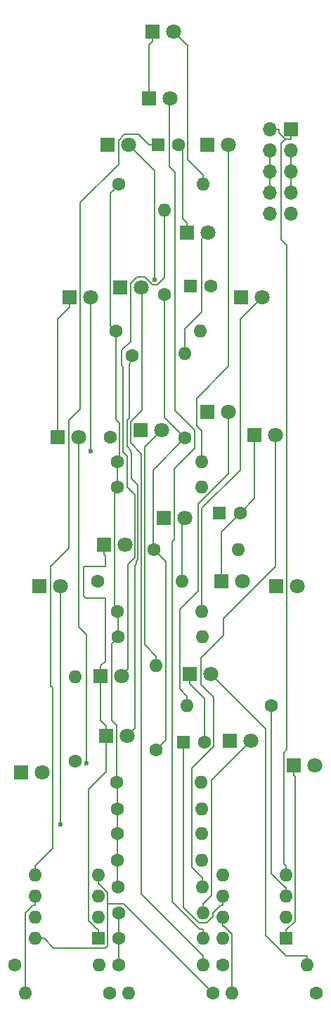
<source format=gbr>
G04 #@! TF.GenerationSoftware,KiCad,Pcbnew,8.0.6*
G04 #@! TF.CreationDate,2024-11-24T13:18:29+01:00*
G04 #@! TF.ProjectId,SS-XMAS,53532d58-4d41-4532-9e6b-696361645f70,rev?*
G04 #@! TF.SameCoordinates,Original*
G04 #@! TF.FileFunction,Copper,L1,Top*
G04 #@! TF.FilePolarity,Positive*
%FSLAX46Y46*%
G04 Gerber Fmt 4.6, Leading zero omitted, Abs format (unit mm)*
G04 Created by KiCad (PCBNEW 8.0.6) date 2024-11-24 13:18:29*
%MOMM*%
%LPD*%
G01*
G04 APERTURE LIST*
G04 Aperture macros list*
%AMHorizOval*
0 Thick line with rounded ends*
0 $1 width*
0 $2 $3 position (X,Y) of the first rounded end (center of the circle)*
0 $4 $5 position (X,Y) of the second rounded end (center of the circle)*
0 Add line between two ends*
20,1,$1,$2,$3,$4,$5,0*
0 Add two circle primitives to create the rounded ends*
1,1,$1,$2,$3*
1,1,$1,$4,$5*%
G04 Aperture macros list end*
G04 #@! TA.AperFunction,ComponentPad*
%ADD10O,1.600000X1.600000*%
G04 #@! TD*
G04 #@! TA.AperFunction,ComponentPad*
%ADD11C,1.600000*%
G04 #@! TD*
G04 #@! TA.AperFunction,ComponentPad*
%ADD12C,1.800000*%
G04 #@! TD*
G04 #@! TA.AperFunction,ComponentPad*
%ADD13R,1.800000X1.800000*%
G04 #@! TD*
G04 #@! TA.AperFunction,ComponentPad*
%ADD14R,1.600000X1.600000*%
G04 #@! TD*
G04 #@! TA.AperFunction,ComponentPad*
%ADD15HorizOval,1.600000X0.000000X0.000000X0.000000X0.000000X0*%
G04 #@! TD*
G04 #@! TA.AperFunction,ComponentPad*
%ADD16O,1.700000X1.700000*%
G04 #@! TD*
G04 #@! TA.AperFunction,ComponentPad*
%ADD17R,1.700000X1.700000*%
G04 #@! TD*
G04 #@! TA.AperFunction,ViaPad*
%ADD18C,0.600000*%
G04 #@! TD*
G04 #@! TA.AperFunction,Conductor*
%ADD19C,0.200000*%
G04 #@! TD*
G04 APERTURE END LIST*
D10*
G04 #@! TO.P,R21,2*
G04 #@! TO.N,Net-(D21-A)*
X106740000Y-56920000D03*
D11*
G04 #@! TO.P,R21,1*
G04 #@! TO.N,/OUT1*
X106740000Y-67080000D03*
G04 #@! TD*
D12*
G04 #@! TO.P,D12,2,A*
G04 #@! TO.N,Net-(D12-A)*
X117140000Y-120800000D03*
D13*
G04 #@! TO.P,D12,1,K*
G04 #@! TO.N,/GND*
X114600000Y-120800000D03*
G04 #@! TD*
D14*
G04 #@! TO.P,U2,1,GND*
G04 #@! TO.N,/GND*
X121340000Y-144620000D03*
D10*
G04 #@! TO.P,U2,2,TR*
G04 #@! TO.N,/THR1*
X121340000Y-142080000D03*
G04 #@! TO.P,U2,3,Q*
G04 #@! TO.N,/OUT1*
X121340000Y-139540000D03*
G04 #@! TO.P,U2,4,R*
G04 #@! TO.N,/+12V*
X121340000Y-137000000D03*
G04 #@! TO.P,U2,5,CV*
G04 #@! TO.N,Net-(U2-CV)*
X113720000Y-137000000D03*
G04 #@! TO.P,U2,6,THR*
G04 #@! TO.N,/THR1*
X113720000Y-139540000D03*
G04 #@! TO.P,U2,7,DIS*
G04 #@! TO.N,Net-(U2-DIS)*
X113720000Y-142080000D03*
G04 #@! TO.P,U2,8,VCC*
G04 #@! TO.N,/+12V*
X113720000Y-144620000D03*
G04 #@! TD*
D14*
G04 #@! TO.P,U1,1,GND*
G04 #@! TO.N,/GND*
X98740000Y-144620000D03*
D10*
G04 #@! TO.P,U1,2,TR*
G04 #@! TO.N,/THR0*
X98740000Y-142080000D03*
G04 #@! TO.P,U1,3,Q*
G04 #@! TO.N,/OUT0*
X98740000Y-139540000D03*
G04 #@! TO.P,U1,4,R*
G04 #@! TO.N,/+12V*
X98740000Y-137000000D03*
G04 #@! TO.P,U1,5,CV*
G04 #@! TO.N,Net-(U1-CV)*
X91120000Y-137000000D03*
G04 #@! TO.P,U1,6,THR*
G04 #@! TO.N,/THR0*
X91120000Y-139540000D03*
G04 #@! TO.P,U1,7,DIS*
G04 #@! TO.N,Net-(U1-DIS)*
X91120000Y-142080000D03*
G04 #@! TO.P,U1,8,VCC*
G04 #@! TO.N,/+12V*
X91120000Y-144620000D03*
G04 #@! TD*
D11*
G04 #@! TO.P,R27,1*
G04 #@! TO.N,/OUT1*
X113740000Y-147800000D03*
D10*
G04 #@! TO.P,R27,2*
G04 #@! TO.N,Net-(D23-A)*
X123900000Y-147800000D03*
G04 #@! TD*
D11*
G04 #@! TO.P,R26,1*
G04 #@! TO.N,Net-(U2-DIS)*
X88660000Y-147800000D03*
D10*
G04 #@! TO.P,R26,2*
G04 #@! TO.N,/THR1*
X98820000Y-147800000D03*
G04 #@! TD*
D11*
G04 #@! TO.P,R25,1*
G04 #@! TO.N,/+12V*
X125020000Y-151200000D03*
D10*
G04 #@! TO.P,R25,2*
G04 #@! TO.N,Net-(U2-DIS)*
X114860000Y-151200000D03*
G04 #@! TD*
D11*
G04 #@! TO.P,R24,1*
G04 #@! TO.N,/+12V*
X112540000Y-151200000D03*
D10*
G04 #@! TO.P,R24,2*
G04 #@! TO.N,Net-(U1-DIS)*
X102380000Y-151200000D03*
G04 #@! TD*
D11*
G04 #@! TO.P,R23,1*
G04 #@! TO.N,Net-(U1-DIS)*
X100140000Y-151200000D03*
D10*
G04 #@! TO.P,R23,2*
G04 #@! TO.N,/THR0*
X89980000Y-151200000D03*
G04 #@! TD*
D15*
G04 #@! TO.P,R22,2*
G04 #@! TO.N,Net-(D22-A)*
X102800002Y-74399994D03*
D11*
G04 #@! TO.P,R22,1*
G04 #@! TO.N,/OUT1*
X100170400Y-84213800D03*
G04 #@! TD*
G04 #@! TO.P,R20,1*
G04 #@! TO.N,/OUT1*
X96000000Y-123280000D03*
D10*
G04 #@! TO.P,R20,2*
G04 #@! TO.N,Net-(D20-A)*
X96000000Y-113120000D03*
G04 #@! TD*
D11*
G04 #@! TO.P,R19,1*
G04 #@! TO.N,/OUT1*
X98640000Y-101600000D03*
D10*
G04 #@! TO.P,R19,2*
G04 #@! TO.N,Net-(D19-A)*
X108800000Y-101600000D03*
G04 #@! TD*
D11*
G04 #@! TO.P,R18,1*
G04 #@! TO.N,/OUT1*
X105460000Y-97800000D03*
D10*
G04 #@! TO.P,R18,2*
G04 #@! TO.N,Net-(D18-A)*
X115620000Y-97800000D03*
G04 #@! TD*
D11*
G04 #@! TO.P,R17,1*
G04 #@! TO.N,/OUT1*
X119620000Y-116600000D03*
D10*
G04 #@! TO.P,R17,2*
G04 #@! TO.N,Net-(D17-A)*
X109460000Y-116600000D03*
G04 #@! TD*
G04 #@! TO.P,R16,2*
G04 #@! TO.N,Net-(D16-A)*
X105740000Y-111720000D03*
D11*
G04 #@! TO.P,R16,1*
G04 #@! TO.N,/OUT1*
X105740000Y-121880000D03*
G04 #@! TD*
D10*
G04 #@! TO.P,R15,2*
G04 #@! TO.N,Net-(D15-A)*
X109200000Y-74200000D03*
D11*
G04 #@! TO.P,R15,1*
G04 #@! TO.N,/OUT1*
X109200000Y-84360000D03*
G04 #@! TD*
G04 #@! TO.P,R14,1*
G04 #@! TO.N,/OUT1*
X101180000Y-147800000D03*
D10*
G04 #@! TO.P,R14,2*
G04 #@! TO.N,Net-(D14-A)*
X111340000Y-147800000D03*
G04 #@! TD*
D11*
G04 #@! TO.P,R13,1*
G04 #@! TO.N,/OUT1*
X101180000Y-144600000D03*
D10*
G04 #@! TO.P,R13,2*
G04 #@! TO.N,Net-(D13-A)*
X111340000Y-144600000D03*
G04 #@! TD*
D11*
G04 #@! TO.P,R12,1*
G04 #@! TO.N,/OUT1*
X101180000Y-141600000D03*
D10*
G04 #@! TO.P,R12,2*
G04 #@! TO.N,Net-(D12-A)*
X111340000Y-141600000D03*
G04 #@! TD*
G04 #@! TO.P,R11,2*
G04 #@! TO.N,Net-(D11-A)*
X111260000Y-138400000D03*
D11*
G04 #@! TO.P,R11,1*
G04 #@! TO.N,/OUT0*
X101100000Y-138400000D03*
G04 #@! TD*
D10*
G04 #@! TO.P,R10,2*
G04 #@! TO.N,Net-(D10-A)*
X111220000Y-135200000D03*
D11*
G04 #@! TO.P,R10,1*
G04 #@! TO.N,/OUT0*
X101060000Y-135200000D03*
G04 #@! TD*
G04 #@! TO.P,R9,1*
G04 #@! TO.N,/OUT0*
X101060000Y-132000000D03*
D10*
G04 #@! TO.P,R9,2*
G04 #@! TO.N,Net-(D9-A)*
X111220000Y-132000000D03*
G04 #@! TD*
D11*
G04 #@! TO.P,R8,1*
G04 #@! TO.N,/OUT0*
X101060000Y-129000000D03*
D10*
G04 #@! TO.P,R8,2*
G04 #@! TO.N,Net-(D8-A)*
X111220000Y-129000000D03*
G04 #@! TD*
G04 #@! TO.P,R7,2*
G04 #@! TO.N,Net-(D7-A)*
X111140000Y-125800000D03*
D11*
G04 #@! TO.P,R7,1*
G04 #@! TO.N,/OUT0*
X100980000Y-125800000D03*
G04 #@! TD*
G04 #@! TO.P,R6,1*
G04 #@! TO.N,/OUT0*
X101140000Y-108324000D03*
D10*
G04 #@! TO.P,R6,2*
G04 #@! TO.N,Net-(D6-A)*
X111300000Y-108324000D03*
G04 #@! TD*
D11*
G04 #@! TO.P,R5,1*
G04 #@! TO.N,/OUT0*
X101060000Y-105200000D03*
D10*
G04 #@! TO.P,R5,2*
G04 #@! TO.N,Net-(D5-A)*
X111220000Y-105200000D03*
G04 #@! TD*
D11*
G04 #@! TO.P,R4,1*
G04 #@! TO.N,/OUT0*
X101060000Y-90248000D03*
D10*
G04 #@! TO.P,R4,2*
G04 #@! TO.N,Net-(D4-A)*
X111220000Y-90248000D03*
G04 #@! TD*
D11*
G04 #@! TO.P,R3,1*
G04 #@! TO.N,/OUT0*
X101060000Y-87200000D03*
D10*
G04 #@! TO.P,R3,2*
G04 #@! TO.N,Net-(D3-A)*
X111220000Y-87200000D03*
G04 #@! TD*
D11*
G04 #@! TO.P,R2,1*
G04 #@! TO.N,/OUT0*
X100860000Y-71440000D03*
D10*
G04 #@! TO.P,R2,2*
G04 #@! TO.N,Net-(D2-A)*
X111020000Y-71440000D03*
G04 #@! TD*
G04 #@! TO.P,R1,2*
G04 #@! TO.N,Net-(D1-A)*
X111420000Y-53800000D03*
D11*
G04 #@! TO.P,R1,1*
G04 #@! TO.N,/OUT0*
X101260000Y-53800000D03*
G04 #@! TD*
D16*
G04 #@! TO.P,J1,10,-12V*
G04 #@! TO.N,/-12V*
X119400000Y-57360000D03*
G04 #@! TO.P,J1,9,-12V*
X121940000Y-57360000D03*
G04 #@! TO.P,J1,8,GND*
G04 #@! TO.N,/GND*
X119400000Y-54820000D03*
G04 #@! TO.P,J1,7,GND*
X121940000Y-54820000D03*
G04 #@! TO.P,J1,6,GND*
X119400000Y-52280000D03*
G04 #@! TO.P,J1,5,GND*
X121940000Y-52280000D03*
G04 #@! TO.P,J1,4,GND*
X119400000Y-49740000D03*
G04 #@! TO.P,J1,3,GND*
X121940000Y-49740000D03*
G04 #@! TO.P,J1,2,+12V*
G04 #@! TO.N,/+12V*
X119400000Y-47200000D03*
D17*
G04 #@! TO.P,J1,1,+12V*
X121940000Y-47200000D03*
G04 #@! TD*
D12*
G04 #@! TO.P,D23,2,A*
G04 #@! TO.N,Net-(D23-A)*
X112340000Y-112800000D03*
D13*
G04 #@! TO.P,D23,1,K*
G04 #@! TO.N,/GND*
X109800000Y-112800000D03*
G04 #@! TD*
D12*
G04 #@! TO.P,D22,2,A*
G04 #@! TO.N,Net-(D22-A)*
X102200000Y-120200000D03*
D13*
G04 #@! TO.P,D22,1,K*
G04 #@! TO.N,/GND*
X99660000Y-120200000D03*
G04 #@! TD*
D12*
G04 #@! TO.P,D21,2,A*
G04 #@! TO.N,Net-(D21-A)*
X101540000Y-113000000D03*
D13*
G04 #@! TO.P,D21,1,K*
G04 #@! TO.N,/GND*
X99000000Y-113000000D03*
G04 #@! TD*
D12*
G04 #@! TO.P,D20,2,A*
G04 #@! TO.N,Net-(D20-A)*
X116140000Y-101600000D03*
D13*
G04 #@! TO.P,D20,1,K*
G04 #@! TO.N,/GND*
X113600000Y-101600000D03*
G04 #@! TD*
D12*
G04 #@! TO.P,D19,2,A*
G04 #@! TO.N,Net-(D19-A)*
X109140000Y-94000000D03*
D13*
G04 #@! TO.P,D19,1,K*
G04 #@! TO.N,/GND*
X106600000Y-94000000D03*
G04 #@! TD*
D12*
G04 #@! TO.P,D18,2,A*
G04 #@! TO.N,Net-(D18-A)*
X101940000Y-97200000D03*
D13*
G04 #@! TO.P,D18,1,K*
G04 #@! TO.N,/GND*
X99400000Y-97200000D03*
G04 #@! TD*
D12*
G04 #@! TO.P,D17,2,A*
G04 #@! TO.N,Net-(D17-A)*
X114400000Y-81200000D03*
D13*
G04 #@! TO.P,D17,1,K*
G04 #@! TO.N,/GND*
X111860000Y-81200000D03*
G04 #@! TD*
D12*
G04 #@! TO.P,D16,2,A*
G04 #@! TO.N,Net-(D16-A)*
X106400000Y-83400000D03*
D13*
G04 #@! TO.P,D16,1,K*
G04 #@! TO.N,/GND*
X103860000Y-83400000D03*
G04 #@! TD*
G04 #@! TO.P,D15,1,K*
G04 #@! TO.N,/GND*
X109400000Y-59600000D03*
D12*
G04 #@! TO.P,D15,2,A*
G04 #@! TO.N,Net-(D15-A)*
X111940000Y-59600000D03*
G04 #@! TD*
G04 #@! TO.P,D14,2,A*
G04 #@! TO.N,Net-(D14-A)*
X103940000Y-66200000D03*
D13*
G04 #@! TO.P,D14,1,K*
G04 #@! TO.N,/GND*
X101400000Y-66200000D03*
G04 #@! TD*
D12*
G04 #@! TO.P,D13,2,A*
G04 #@! TO.N,Net-(D13-A)*
X107400000Y-43400000D03*
D13*
G04 #@! TO.P,D13,1,K*
G04 #@! TO.N,/GND*
X104860000Y-43400000D03*
G04 #@! TD*
D12*
G04 #@! TO.P,D11,2,A*
G04 #@! TO.N,Net-(D11-A)*
X120140000Y-84000000D03*
D13*
G04 #@! TO.P,D11,1,K*
G04 #@! TO.N,/GND*
X117600000Y-84000000D03*
G04 #@! TD*
D12*
G04 #@! TO.P,D10,2,A*
G04 #@! TO.N,Net-(D10-A)*
X94205000Y-102200000D03*
D13*
G04 #@! TO.P,D10,1,K*
G04 #@! TO.N,/GND*
X91665000Y-102200000D03*
G04 #@! TD*
D12*
G04 #@! TO.P,D9,2,A*
G04 #@! TO.N,Net-(D9-A)*
X124865000Y-123800000D03*
D13*
G04 #@! TO.P,D9,1,K*
G04 #@! TO.N,/GND*
X122325000Y-123800000D03*
G04 #@! TD*
G04 #@! TO.P,D8,1,K*
G04 #@! TO.N,/GND*
X89460000Y-124600000D03*
D12*
G04 #@! TO.P,D8,2,A*
G04 #@! TO.N,Net-(D8-A)*
X92000000Y-124600000D03*
G04 #@! TD*
G04 #@! TO.P,D7,2,A*
G04 #@! TO.N,Net-(D7-A)*
X96405000Y-84200000D03*
D13*
G04 #@! TO.P,D7,1,K*
G04 #@! TO.N,/GND*
X93865000Y-84200000D03*
G04 #@! TD*
G04 #@! TO.P,D6,1,K*
G04 #@! TO.N,/GND*
X120200000Y-102200000D03*
D12*
G04 #@! TO.P,D6,2,A*
G04 #@! TO.N,Net-(D6-A)*
X122740000Y-102200000D03*
G04 #@! TD*
G04 #@! TO.P,D5,2,A*
G04 #@! TO.N,Net-(D5-A)*
X118465000Y-67376000D03*
D13*
G04 #@! TO.P,D5,1,K*
G04 #@! TO.N,/GND*
X115925000Y-67376000D03*
G04 #@! TD*
D12*
G04 #@! TO.P,D4,2,A*
G04 #@! TO.N,Net-(D4-A)*
X97800000Y-67400000D03*
D13*
G04 #@! TO.P,D4,1,K*
G04 #@! TO.N,/GND*
X95260000Y-67400000D03*
G04 #@! TD*
D12*
G04 #@! TO.P,D3,2,A*
G04 #@! TO.N,Net-(D3-A)*
X114465000Y-49000000D03*
D13*
G04 #@! TO.P,D3,1,K*
G04 #@! TO.N,/GND*
X111925000Y-49000000D03*
G04 #@! TD*
D12*
G04 #@! TO.P,D1,2,A*
G04 #@! TO.N,Net-(D1-A)*
X107818100Y-35372000D03*
D13*
G04 #@! TO.P,D1,1,K*
G04 #@! TO.N,/GND*
X105278100Y-35372000D03*
G04 #@! TD*
D14*
G04 #@! TO.P,C4,1*
G04 #@! TO.N,/THR1*
X109040000Y-121000000D03*
D11*
G04 #@! TO.P,C4,2*
G04 #@! TO.N,/GND*
X111540000Y-121000000D03*
G04 #@! TD*
G04 #@! TO.P,C3,2*
G04 #@! TO.N,/GND*
X112340000Y-66000000D03*
D14*
G04 #@! TO.P,C3,1*
G04 #@! TO.N,Net-(U2-CV)*
X109840000Y-66000000D03*
G04 #@! TD*
D11*
G04 #@! TO.P,C1,2*
G04 #@! TO.N,/GND*
X115834900Y-93400000D03*
D14*
G04 #@! TO.P,C1,1*
G04 #@! TO.N,/THR0*
X113334900Y-93400000D03*
G04 #@! TD*
D12*
G04 #@! TO.P,D2,2,A*
G04 #@! TO.N,Net-(D2-A)*
X102400000Y-49000000D03*
D13*
G04 #@! TO.P,D2,1,K*
G04 #@! TO.N,/GND*
X99860000Y-49000000D03*
G04 #@! TD*
D14*
G04 #@! TO.P,C2,1*
G04 #@! TO.N,Net-(U1-CV)*
X105934900Y-49000000D03*
D11*
G04 #@! TO.P,C2,2*
G04 #@! TO.N,/GND*
X108434900Y-49000000D03*
G04 #@! TD*
D18*
G04 #@! TO.N,Net-(D2-A)*
X105579100Y-65270200D03*
G04 #@! TO.N,Net-(D4-A)*
X97800000Y-85912400D03*
G04 #@! TO.N,Net-(D7-A)*
X97321900Y-123538400D03*
G04 #@! TO.N,Net-(D10-A)*
X94205000Y-130874200D03*
G04 #@! TD*
D19*
G04 #@! TO.N,Net-(U1-CV)*
X91120000Y-137000000D02*
X91120000Y-135898300D01*
X105934900Y-49000000D02*
X104833200Y-49000000D01*
X104833200Y-49000000D02*
X103584100Y-47750900D01*
X103584100Y-47750900D02*
X101938600Y-47750900D01*
X101938600Y-47750900D02*
X101191100Y-48498400D01*
X101191100Y-48498400D02*
X101191100Y-51401600D01*
X101191100Y-51401600D02*
X96591100Y-56001600D01*
X96591100Y-56001600D02*
X96591100Y-80838100D01*
X96591100Y-80838100D02*
X95196100Y-82233100D01*
X95196100Y-82233100D02*
X95196100Y-97596000D01*
X95196100Y-97596000D02*
X92988100Y-99804000D01*
X92988100Y-99804000D02*
X92988100Y-114179400D01*
X92988100Y-114179400D02*
X93234100Y-114425400D01*
X93234100Y-114425400D02*
X93234100Y-133784200D01*
X93234100Y-133784200D02*
X91120000Y-135898300D01*
G04 #@! TO.N,/OUT0*
X100860000Y-71440000D02*
X100860000Y-82095300D01*
X100860000Y-82095300D02*
X101283400Y-82518700D01*
X101283400Y-82518700D02*
X101283400Y-86976600D01*
X101283400Y-86976600D02*
X101060000Y-87200000D01*
X101060000Y-90248000D02*
X101060000Y-87200000D01*
X101260000Y-53800000D02*
X100182100Y-54877900D01*
X100182100Y-54877900D02*
X100182100Y-70762100D01*
X100182100Y-70762100D02*
X100860000Y-71440000D01*
X100980000Y-125800000D02*
X100980000Y-118980000D01*
X100980000Y-118980000D02*
X100333200Y-118333200D01*
X100333200Y-118333200D02*
X100333200Y-109130800D01*
X100333200Y-109130800D02*
X101140000Y-108324000D01*
X101060000Y-129000000D02*
X101060000Y-125880000D01*
X101060000Y-125880000D02*
X100980000Y-125800000D01*
X101060000Y-135200000D02*
X101060000Y-138360000D01*
X101060000Y-138360000D02*
X101100000Y-138400000D01*
X101060000Y-132000000D02*
X101060000Y-135200000D01*
X101060000Y-129000000D02*
X101060000Y-132000000D01*
X101060000Y-105200000D02*
X100731000Y-104871000D01*
X100731000Y-104871000D02*
X100731000Y-90577000D01*
X100731000Y-90577000D02*
X101060000Y-90248000D01*
X101140000Y-108324000D02*
X101140000Y-105280000D01*
X101140000Y-105280000D02*
X101060000Y-105200000D01*
G04 #@! TO.N,/+12V*
X121321000Y-48351700D02*
X120788300Y-48884400D01*
X120788300Y-48884400D02*
X120788300Y-60418900D01*
X120788300Y-60418900D02*
X121469900Y-61100500D01*
X121469900Y-61100500D02*
X121469900Y-121860400D01*
X121469900Y-121860400D02*
X121105200Y-122225100D01*
X121105200Y-122225100D02*
X121105200Y-135663500D01*
X121105200Y-135663500D02*
X121340000Y-135898300D01*
X121940000Y-48351700D02*
X121321000Y-48351700D01*
X121321000Y-48351700D02*
X120551700Y-47582400D01*
X120551700Y-47582400D02*
X120551700Y-47200000D01*
X119400000Y-47200000D02*
X120551700Y-47200000D01*
X99895000Y-140440500D02*
X99895000Y-145522900D01*
X99895000Y-145522900D02*
X99646700Y-145771200D01*
X99646700Y-145771200D02*
X93372900Y-145771200D01*
X93372900Y-145771200D02*
X92221700Y-144620000D01*
X98740000Y-138101700D02*
X98877700Y-138101700D01*
X98877700Y-138101700D02*
X99895000Y-139119000D01*
X99895000Y-139119000D02*
X99895000Y-140440500D01*
X112540000Y-151200000D02*
X101780500Y-140440500D01*
X101780500Y-140440500D02*
X99895000Y-140440500D01*
X91120000Y-144620000D02*
X92221700Y-144620000D01*
X98740000Y-137000000D02*
X98740000Y-138101700D01*
X121940000Y-47200000D02*
X121940000Y-48351700D01*
X121340000Y-137000000D02*
X121340000Y-135898300D01*
G04 #@! TO.N,/THR0*
X91120000Y-139540000D02*
X91120000Y-140641700D01*
X89980000Y-151200000D02*
X89980000Y-141553400D01*
X89980000Y-141553400D02*
X90891700Y-140641700D01*
X90891700Y-140641700D02*
X91120000Y-140641700D01*
G04 #@! TO.N,/GND*
X95260000Y-67400000D02*
X95260000Y-68601700D01*
X95260000Y-68601700D02*
X93865000Y-69996700D01*
X93865000Y-69996700D02*
X93865000Y-82998300D01*
X121340000Y-144620000D02*
X121340000Y-143518300D01*
X122325000Y-123800000D02*
X122325000Y-125001700D01*
X122325000Y-125001700D02*
X122441700Y-125118400D01*
X122441700Y-125118400D02*
X122441700Y-142554400D01*
X122441700Y-142554400D02*
X121477800Y-143518300D01*
X121477800Y-143518300D02*
X121340000Y-143518300D01*
X109400000Y-58398300D02*
X108890700Y-57889000D01*
X108890700Y-57889000D02*
X108890700Y-49455700D01*
X108890700Y-49455700D02*
X108890600Y-49455700D01*
X108890600Y-49455700D02*
X108434900Y-49000000D01*
X99000000Y-113000000D02*
X99000000Y-111798300D01*
X99400000Y-97200000D02*
X99400000Y-98401700D01*
X99400000Y-98401700D02*
X99572400Y-98574100D01*
X99572400Y-111225900D02*
X99000000Y-111798300D01*
X113600000Y-101600000D02*
X113600000Y-95634900D01*
X113600000Y-95634900D02*
X115834900Y-93400000D01*
X109800000Y-112800000D02*
X109800000Y-114001700D01*
X109800000Y-114001700D02*
X111540000Y-115741700D01*
X111540000Y-115741700D02*
X111540000Y-121000000D01*
X99660000Y-120200000D02*
X99660000Y-118998300D01*
X99000000Y-113000000D02*
X99000000Y-118338300D01*
X99000000Y-118338300D02*
X99660000Y-118998300D01*
X117600000Y-84000000D02*
X117600000Y-91634900D01*
X117600000Y-91634900D02*
X115834900Y-93400000D01*
X93865000Y-84200000D02*
X93865000Y-82998300D01*
X98740000Y-144620000D02*
X98740000Y-143518300D01*
X98740000Y-143518300D02*
X98602300Y-143518300D01*
X98602300Y-143518300D02*
X97614200Y-142530200D01*
X97614200Y-142530200D02*
X97614200Y-126629300D01*
X97614200Y-126629300D02*
X99660000Y-124583500D01*
X99660000Y-124583500D02*
X99660000Y-120200000D01*
X119400000Y-52280000D02*
X119400000Y-54820000D01*
X119400000Y-49740000D02*
X119400000Y-52280000D01*
X121940000Y-52280000D02*
X121940000Y-54820000D01*
X121940000Y-49740000D02*
X121940000Y-52280000D01*
X109400000Y-59600000D02*
X109400000Y-58398300D01*
X105278100Y-35372000D02*
X105278100Y-36573700D01*
X105278100Y-36573700D02*
X104860000Y-36991800D01*
X104860000Y-36991800D02*
X104860000Y-43400000D01*
G04 #@! TO.N,/THR1*
X113720000Y-139540000D02*
X113720000Y-140641700D01*
X109040000Y-121000000D02*
X109040000Y-140917200D01*
X109040000Y-140917200D02*
X110835200Y-142712400D01*
X110835200Y-142712400D02*
X111794300Y-142712400D01*
X111794300Y-142712400D02*
X112530000Y-141976700D01*
X112530000Y-141976700D02*
X112530000Y-141603400D01*
X112530000Y-141603400D02*
X113491700Y-140641700D01*
X113491700Y-140641700D02*
X113720000Y-140641700D01*
G04 #@! TO.N,Net-(U2-DIS)*
X113720000Y-142080000D02*
X113720000Y-143181700D01*
X114860000Y-151200000D02*
X114860000Y-144093400D01*
X114860000Y-144093400D02*
X113948300Y-143181700D01*
X113948300Y-143181700D02*
X113720000Y-143181700D01*
G04 #@! TO.N,/OUT1*
X109200000Y-84360000D02*
X105337800Y-88222200D01*
X105337800Y-88222200D02*
X105337800Y-97677800D01*
X105337800Y-97677800D02*
X105460000Y-97800000D01*
X106740000Y-67080000D02*
X106740000Y-81900000D01*
X106740000Y-81900000D02*
X109200000Y-84360000D01*
X121340000Y-138438300D02*
X121202300Y-138438300D01*
X121202300Y-138438300D02*
X119620000Y-136856000D01*
X119620000Y-136856000D02*
X119620000Y-116600000D01*
X105460000Y-97800000D02*
X106899200Y-99239200D01*
X106899200Y-99239200D02*
X106899200Y-120720800D01*
X106899200Y-120720800D02*
X105740000Y-121880000D01*
X121340000Y-139540000D02*
X121340000Y-138438300D01*
X101180000Y-144600000D02*
X101180000Y-147800000D01*
X101180000Y-141600000D02*
X101180000Y-144600000D01*
G04 #@! TO.N,Net-(D1-A)*
X111420000Y-53800000D02*
X111420000Y-52698300D01*
X107818100Y-35372000D02*
X109539500Y-37093400D01*
X109539500Y-37093400D02*
X109539500Y-50817800D01*
X109539500Y-50817800D02*
X111420000Y-52698300D01*
G04 #@! TO.N,Net-(D2-A)*
X102400000Y-49000000D02*
X105579100Y-52179100D01*
X105579100Y-52179100D02*
X105579100Y-65270200D01*
G04 #@! TO.N,Net-(D3-A)*
X111220000Y-86098300D02*
X111220000Y-83480000D01*
X111220000Y-83480000D02*
X110631800Y-82891800D01*
X110631800Y-82891800D02*
X110631800Y-79554300D01*
X110631800Y-79554300D02*
X114465000Y-75721100D01*
X114465000Y-75721100D02*
X114465000Y-49000000D01*
X111220000Y-87200000D02*
X111220000Y-86098300D01*
G04 #@! TO.N,Net-(D4-A)*
X97800000Y-67400000D02*
X97800000Y-85912400D01*
G04 #@! TO.N,Net-(D5-A)*
X111220000Y-105200000D02*
X111220000Y-92827400D01*
X111220000Y-92827400D02*
X115846000Y-88201400D01*
X115846000Y-88201400D02*
X115846000Y-69995000D01*
X115846000Y-69995000D02*
X118465000Y-67376000D01*
G04 #@! TO.N,Net-(D7-A)*
X96405000Y-84200000D02*
X96405000Y-107129300D01*
X96405000Y-107129300D02*
X97321900Y-108046200D01*
X97321900Y-108046200D02*
X97321900Y-123538400D01*
G04 #@! TO.N,Net-(D10-A)*
X94205000Y-102200000D02*
X94205000Y-130874200D01*
G04 #@! TO.N,Net-(D11-A)*
X111260000Y-138400000D02*
X111260000Y-137298300D01*
X120140000Y-84000000D02*
X120140000Y-99794400D01*
X120140000Y-99794400D02*
X113818600Y-106115800D01*
X113818600Y-106115800D02*
X113818600Y-108126100D01*
X113818600Y-108126100D02*
X111136500Y-110808200D01*
X111136500Y-110808200D02*
X111136500Y-114066700D01*
X111136500Y-114066700D02*
X112660500Y-115590700D01*
X112660500Y-115590700D02*
X112660500Y-121487400D01*
X112660500Y-121487400D02*
X110013900Y-124134000D01*
X110013900Y-124134000D02*
X110013900Y-136052200D01*
X110013900Y-136052200D02*
X111260000Y-137298300D01*
G04 #@! TO.N,Net-(D12-A)*
X111340000Y-141600000D02*
X111340000Y-140498300D01*
X111340000Y-140498300D02*
X112364200Y-139474100D01*
X112364200Y-139474100D02*
X112364200Y-125575800D01*
X112364200Y-125575800D02*
X117140000Y-120800000D01*
G04 #@! TO.N,Net-(D13-A)*
X111340000Y-143498300D02*
X110985000Y-143498300D01*
X110985000Y-143498300D02*
X107679800Y-140193100D01*
X107679800Y-140193100D02*
X107679800Y-96803200D01*
X107679800Y-96803200D02*
X107870000Y-96613000D01*
X107870000Y-96613000D02*
X107870000Y-88054600D01*
X107870000Y-88054600D02*
X110331600Y-85593000D01*
X110331600Y-85593000D02*
X110331600Y-83359800D01*
X110331600Y-83359800D02*
X108034700Y-81062900D01*
X108034700Y-81062900D02*
X108034700Y-52353800D01*
X108034700Y-52353800D02*
X107310800Y-51629900D01*
X107310800Y-51629900D02*
X107310800Y-43489200D01*
X107310800Y-43489200D02*
X107400000Y-43400000D01*
X111340000Y-144600000D02*
X111340000Y-143498300D01*
G04 #@! TO.N,Net-(D14-A)*
X111340000Y-146698300D02*
X103948900Y-139307200D01*
X103948900Y-139307200D02*
X103948900Y-86243200D01*
X103948900Y-86243200D02*
X102628500Y-84922800D01*
X102628500Y-84922800D02*
X102628500Y-82404800D01*
X102628500Y-82404800D02*
X103980100Y-81053200D01*
X103980100Y-81053200D02*
X103980100Y-66240100D01*
X103980100Y-66240100D02*
X103940000Y-66200000D01*
X111340000Y-147800000D02*
X111340000Y-146698300D01*
G04 #@! TO.N,Net-(D15-A)*
X111940000Y-59600000D02*
X111238300Y-60301700D01*
X111238300Y-60301700D02*
X111238300Y-69174800D01*
X111238300Y-69174800D02*
X109200000Y-71213100D01*
X109200000Y-71213100D02*
X109200000Y-74200000D01*
G04 #@! TO.N,Net-(D16-A)*
X105740000Y-110618300D02*
X104357200Y-109235500D01*
X104357200Y-109235500D02*
X104357200Y-85442800D01*
X104357200Y-85442800D02*
X106400000Y-83400000D01*
X105740000Y-111720000D02*
X105740000Y-110618300D01*
G04 #@! TO.N,Net-(D17-A)*
X109460000Y-115498300D02*
X108556800Y-114595100D01*
X108556800Y-114595100D02*
X108556800Y-105006400D01*
X108556800Y-105006400D02*
X110761100Y-102802100D01*
X110761100Y-102802100D02*
X110761100Y-92265000D01*
X110761100Y-92265000D02*
X114400000Y-88626100D01*
X114400000Y-88626100D02*
X114400000Y-81200000D01*
X109460000Y-116600000D02*
X109460000Y-115498300D01*
G04 #@! TO.N,Net-(D19-A)*
X108800000Y-101600000D02*
X108800000Y-94340000D01*
X108800000Y-94340000D02*
X109140000Y-94000000D01*
G04 #@! TO.N,Net-(D21-A)*
X101540000Y-113000000D02*
X102342900Y-112197100D01*
X102342900Y-112197100D02*
X102342900Y-99525900D01*
X102342900Y-99525900D02*
X103145500Y-98723300D01*
X103145500Y-98723300D02*
X103145500Y-91148600D01*
X103145500Y-91148600D02*
X102232200Y-90235300D01*
X102232200Y-90235300D02*
X102232200Y-86569900D01*
X102232200Y-86569900D02*
X101709300Y-86047000D01*
X101709300Y-86047000D02*
X101709300Y-75726300D01*
X101709300Y-75726300D02*
X101588600Y-75605600D01*
X101588600Y-75605600D02*
X101588600Y-73776700D01*
X101588600Y-73776700D02*
X102669900Y-72695400D01*
X102669900Y-72695400D02*
X102669900Y-65676600D01*
X102669900Y-65676600D02*
X103414400Y-64932100D01*
X103414400Y-64932100D02*
X104371600Y-64932100D01*
X104371600Y-64932100D02*
X105314500Y-65875000D01*
X105314500Y-65875000D02*
X105861800Y-65875000D01*
X105861800Y-65875000D02*
X106740000Y-64996800D01*
X106740000Y-64996800D02*
X106740000Y-56920000D01*
G04 #@! TO.N,Net-(D22-A)*
X102200000Y-120200000D02*
X103145500Y-119254500D01*
X103145500Y-119254500D02*
X103145500Y-99698000D01*
X103145500Y-99698000D02*
X103341700Y-99501800D01*
X103341700Y-99501800D02*
X103341700Y-99195000D01*
X103341700Y-99195000D02*
X103547200Y-98989500D01*
X103547200Y-98989500D02*
X103547200Y-90026000D01*
X103547200Y-90026000D02*
X102744000Y-89222800D01*
X102744000Y-89222800D02*
X102744000Y-86172200D01*
X102744000Y-86172200D02*
X102685400Y-86113600D01*
X102685400Y-86113600D02*
X102685400Y-85830500D01*
X102685400Y-85830500D02*
X102226800Y-85371900D01*
X102226800Y-85371900D02*
X102226800Y-82233500D01*
X102226800Y-82233500D02*
X102483300Y-81977000D01*
X102483300Y-81977000D02*
X102483300Y-75582300D01*
X102483300Y-75582300D02*
X102483200Y-75582300D01*
X102800000Y-74400000D02*
X102483200Y-75582300D01*
G04 #@! TO.N,Net-(D23-A)*
X123900000Y-147800000D02*
X123900000Y-146698300D01*
X123900000Y-146698300D02*
X121391600Y-146698300D01*
X121391600Y-146698300D02*
X118922000Y-144228700D01*
X118922000Y-144228700D02*
X118922000Y-119382000D01*
X118922000Y-119382000D02*
X112340000Y-112800000D01*
G04 #@! TO.N,/GND*
X97000000Y-99800000D02*
X99572400Y-99800000D01*
X99572400Y-103600000D02*
X99572400Y-111225900D01*
X99572400Y-98574100D02*
X99572400Y-99800000D01*
X99572400Y-103600000D02*
X97200000Y-103600000D01*
X97200000Y-103600000D02*
X97000000Y-103400000D01*
X97000000Y-103400000D02*
X97000000Y-99800000D01*
G04 #@! TD*
M02*

</source>
